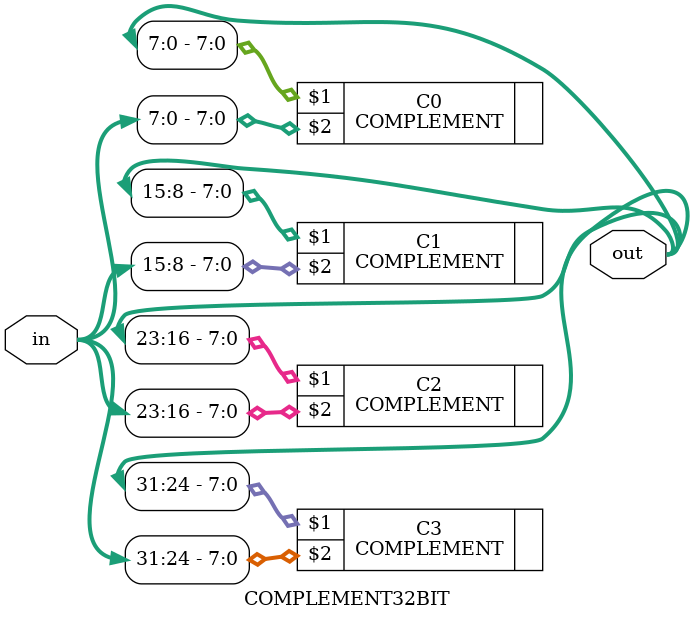
<source format=v>
`timescale 1ns / 1ps


module COMPLEMENT32BIT(out,in);
    input [31:0] in;
    output [31:0] out;
    
    COMPLEMENT C0(out[7:0],in[7:0]);
    COMPLEMENT C1(out[15:8],in[15:8]);
    COMPLEMENT C2(out[23:16],in[23:16]);
    COMPLEMENT C3(out[31:24],in[31:24]);
endmodule

</source>
